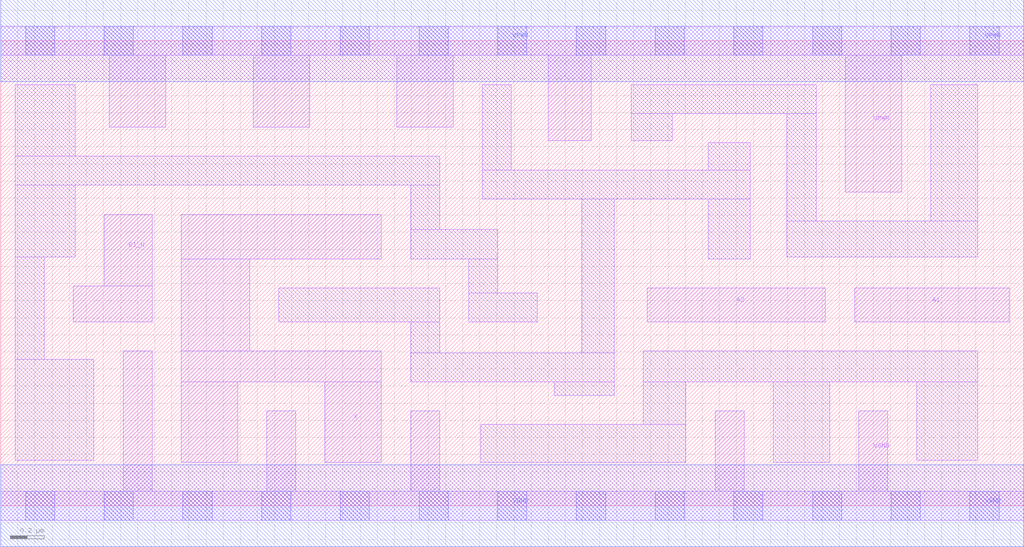
<source format=lef>
# Copyright 2020 The SkyWater PDK Authors
#
# Licensed under the Apache License, Version 2.0 (the "License");
# you may not use this file except in compliance with the License.
# You may obtain a copy of the License at
#
#     https://www.apache.org/licenses/LICENSE-2.0
#
# Unless required by applicable law or agreed to in writing, software
# distributed under the License is distributed on an "AS IS" BASIS,
# WITHOUT WARRANTIES OR CONDITIONS OF ANY KIND, either express or implied.
# See the License for the specific language governing permissions and
# limitations under the License.
#
# SPDX-License-Identifier: Apache-2.0

VERSION 5.7 ;
  NAMESCASESENSITIVE ON ;
  NOWIREEXTENSIONATPIN ON ;
  DIVIDERCHAR "/" ;
  BUSBITCHARS "[]" ;
UNITS
  DATABASE MICRONS 200 ;
END UNITS
MACRO sky130_fd_sc_hd__o21ba_4
  CLASS CORE ;
  SOURCE USER ;
  FOREIGN sky130_fd_sc_hd__o21ba_4 ;
  ORIGIN  0.000000  0.000000 ;
  SIZE  5.980000 BY  2.720000 ;
  SYMMETRY X Y R90 ;
  SITE unithd ;
  PIN A1
    ANTENNAGATEAREA  0.495000 ;
    DIRECTION INPUT ;
    USE SIGNAL ;
    PORT
      LAYER li1 ;
        RECT 4.990000 1.075000 5.895000 1.275000 ;
    END
  END A1
  PIN A2
    ANTENNAGATEAREA  0.495000 ;
    DIRECTION INPUT ;
    USE SIGNAL ;
    PORT
      LAYER li1 ;
        RECT 3.780000 1.075000 4.820000 1.275000 ;
    END
  END A2
  PIN B1_N
    ANTENNAGATEAREA  0.247500 ;
    DIRECTION INPUT ;
    USE SIGNAL ;
    PORT
      LAYER li1 ;
        RECT 0.425000 1.075000 0.885000 1.285000 ;
        RECT 0.605000 1.285000 0.885000 1.705000 ;
    END
  END B1_N
  PIN X
    ANTENNADIFFAREA  0.891000 ;
    DIRECTION OUTPUT ;
    USE SIGNAL ;
    PORT
      LAYER li1 ;
        RECT 1.055000 0.255000 1.385000 0.725000 ;
        RECT 1.055000 0.725000 2.225000 0.905000 ;
        RECT 1.055000 0.905000 1.455000 1.445000 ;
        RECT 1.055000 1.445000 2.225000 1.705000 ;
        RECT 1.895000 0.255000 2.225000 0.725000 ;
    END
  END X
  PIN VGND
    DIRECTION INOUT ;
    SHAPE ABUTMENT ;
    USE GROUND ;
    PORT
      LAYER li1 ;
        RECT 0.000000 -0.085000 5.980000 0.085000 ;
        RECT 0.715000  0.085000 0.885000 0.905000 ;
        RECT 1.555000  0.085000 1.725000 0.555000 ;
        RECT 2.395000  0.085000 2.565000 0.555000 ;
        RECT 4.175000  0.085000 4.345000 0.555000 ;
        RECT 5.015000  0.085000 5.185000 0.555000 ;
      LAYER mcon ;
        RECT 0.145000 -0.085000 0.315000 0.085000 ;
        RECT 0.605000 -0.085000 0.775000 0.085000 ;
        RECT 1.065000 -0.085000 1.235000 0.085000 ;
        RECT 1.525000 -0.085000 1.695000 0.085000 ;
        RECT 1.985000 -0.085000 2.155000 0.085000 ;
        RECT 2.445000 -0.085000 2.615000 0.085000 ;
        RECT 2.905000 -0.085000 3.075000 0.085000 ;
        RECT 3.365000 -0.085000 3.535000 0.085000 ;
        RECT 3.825000 -0.085000 3.995000 0.085000 ;
        RECT 4.285000 -0.085000 4.455000 0.085000 ;
        RECT 4.745000 -0.085000 4.915000 0.085000 ;
        RECT 5.205000 -0.085000 5.375000 0.085000 ;
        RECT 5.665000 -0.085000 5.835000 0.085000 ;
      LAYER met1 ;
        RECT 0.000000 -0.240000 5.980000 0.240000 ;
    END
  END VGND
  PIN VPWR
    DIRECTION INOUT ;
    SHAPE ABUTMENT ;
    USE POWER ;
    PORT
      LAYER li1 ;
        RECT 0.000000 2.635000 5.980000 2.805000 ;
        RECT 0.635000 2.215000 0.965000 2.635000 ;
        RECT 1.475000 2.215000 1.805000 2.635000 ;
        RECT 2.315000 2.215000 2.645000 2.635000 ;
        RECT 3.200000 2.135000 3.450000 2.635000 ;
        RECT 4.935000 1.835000 5.265000 2.635000 ;
      LAYER mcon ;
        RECT 0.145000 2.635000 0.315000 2.805000 ;
        RECT 0.605000 2.635000 0.775000 2.805000 ;
        RECT 1.065000 2.635000 1.235000 2.805000 ;
        RECT 1.525000 2.635000 1.695000 2.805000 ;
        RECT 1.985000 2.635000 2.155000 2.805000 ;
        RECT 2.445000 2.635000 2.615000 2.805000 ;
        RECT 2.905000 2.635000 3.075000 2.805000 ;
        RECT 3.365000 2.635000 3.535000 2.805000 ;
        RECT 3.825000 2.635000 3.995000 2.805000 ;
        RECT 4.285000 2.635000 4.455000 2.805000 ;
        RECT 4.745000 2.635000 4.915000 2.805000 ;
        RECT 5.205000 2.635000 5.375000 2.805000 ;
        RECT 5.665000 2.635000 5.835000 2.805000 ;
      LAYER met1 ;
        RECT 0.000000 2.480000 5.980000 2.960000 ;
    END
  END VPWR
  OBS
    LAYER li1 ;
      RECT 0.085000 0.265000 0.545000 0.855000 ;
      RECT 0.085000 0.855000 0.255000 1.455000 ;
      RECT 0.085000 1.455000 0.435000 1.875000 ;
      RECT 0.085000 1.875000 2.565000 2.045000 ;
      RECT 0.085000 2.045000 0.435000 2.465000 ;
      RECT 1.625000 1.075000 2.565000 1.275000 ;
      RECT 2.395000 0.725000 3.585000 0.895000 ;
      RECT 2.395000 0.895000 2.565000 1.075000 ;
      RECT 2.395000 1.445000 2.905000 1.615000 ;
      RECT 2.395000 1.615000 2.565000 1.875000 ;
      RECT 2.735000 1.075000 3.135000 1.245000 ;
      RECT 2.735000 1.245000 2.905000 1.445000 ;
      RECT 2.805000 0.255000 4.005000 0.475000 ;
      RECT 2.815000 1.795000 4.380000 1.965000 ;
      RECT 2.815000 1.965000 2.985000 2.465000 ;
      RECT 3.235000 0.645000 3.585000 0.725000 ;
      RECT 3.395000 0.895000 3.585000 1.795000 ;
      RECT 3.685000 2.135000 3.925000 2.295000 ;
      RECT 3.685000 2.295000 4.765000 2.465000 ;
      RECT 3.755000 0.475000 4.005000 0.725000 ;
      RECT 3.755000 0.725000 5.710000 0.905000 ;
      RECT 4.135000 1.445000 4.380000 1.795000 ;
      RECT 4.135000 1.965000 4.380000 2.125000 ;
      RECT 4.515000 0.255000 4.845000 0.725000 ;
      RECT 4.595000 1.455000 5.710000 1.665000 ;
      RECT 4.595000 1.665000 4.765000 2.295000 ;
      RECT 5.355000 0.265000 5.710000 0.725000 ;
      RECT 5.435000 1.665000 5.710000 2.465000 ;
  END
END sky130_fd_sc_hd__o21ba_4

</source>
